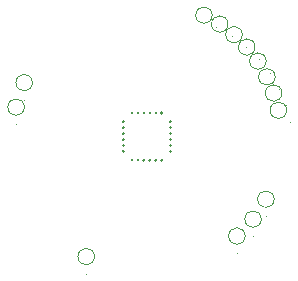
<source format=gbr>
G04 #@! TF.GenerationSoftware,KiCad,Pcbnew,5.0.2-bee76a0~70~ubuntu18.04.1*
G04 #@! TF.CreationDate,2019-07-03T17:26:22+02:00*
G04 #@! TF.ProjectId,lower_Sensor,6c6f7765-725f-4536-956e-736f722e6b69,rev?*
G04 #@! TF.SameCoordinates,Original*
G04 #@! TF.FileFunction,Legend,Bot*
G04 #@! TF.FilePolarity,Positive*
%FSLAX46Y46*%
G04 Gerber Fmt 4.6, Leading zero omitted, Abs format (unit mm)*
G04 Created by KiCad (PCBNEW 5.0.2-bee76a0~70~ubuntu18.04.1) date Mi 03 Jul 2019 17:26:22 CEST*
%MOMM*%
%LPD*%
G01*
G04 APERTURE LIST*
%ADD10C,0.050000*%
%ADD11C,0.120000*%
%ADD12C,0.100000*%
%ADD13C,0.150000*%
G04 APERTURE END LIST*
D10*
G04 #@! TO.C,REF\002A\002A*
X108850000Y-78000000D02*
G75*
G03X108850000Y-78000000I-100000J0D01*
G01*
X109350000Y-78000000D02*
G75*
G03X109350000Y-78000000I-100000J0D01*
G01*
X109850000Y-78000000D02*
G75*
G03X109850000Y-78000000I-100000J0D01*
G01*
X110350000Y-78000000D02*
G75*
G03X110350000Y-78000000I-100000J0D01*
G01*
X110850000Y-78000000D02*
G75*
G03X110850000Y-78000000I-100000J0D01*
G01*
X111350000Y-78000000D02*
G75*
G03X111350000Y-78000000I-100000J0D01*
G01*
X112100000Y-78750000D02*
G75*
G03X112100000Y-78750000I-100000J0D01*
G01*
X112100000Y-79250000D02*
G75*
G03X112100000Y-79250000I-100000J0D01*
G01*
X112100000Y-79750000D02*
G75*
G03X112100000Y-79750000I-100000J0D01*
G01*
X112100000Y-80250000D02*
G75*
G03X112100000Y-80250000I-100000J0D01*
G01*
X112100000Y-80750000D02*
G75*
G03X112100000Y-80750000I-100000J0D01*
G01*
X112100000Y-81250000D02*
G75*
G03X112100000Y-81250000I-100000J0D01*
G01*
X110850000Y-82000000D02*
G75*
G03X110850000Y-82000000I-100000J0D01*
G01*
X110350000Y-82000000D02*
G75*
G03X110350000Y-82000000I-100000J0D01*
G01*
X109850000Y-82000000D02*
G75*
G03X109850000Y-82000000I-100000J0D01*
G01*
X111350000Y-82000000D02*
G75*
G03X111350000Y-82000000I-100000J0D01*
G01*
X109350000Y-82000000D02*
G75*
G03X109350000Y-82000000I-100000J0D01*
G01*
X108850000Y-82000000D02*
G75*
G03X108850000Y-82000000I-100000J0D01*
G01*
X108100000Y-80250000D02*
G75*
G03X108100000Y-80250000I-100000J0D01*
G01*
X108100000Y-80750000D02*
G75*
G03X108100000Y-80750000I-100000J0D01*
G01*
X108100000Y-81250000D02*
G75*
G03X108100000Y-81250000I-100000J0D01*
G01*
X108100000Y-79750000D02*
G75*
G03X108100000Y-79750000I-100000J0D01*
G01*
X108100000Y-79250000D02*
G75*
G03X108100000Y-79250000I-100000J0D01*
G01*
X108100000Y-78750000D02*
G75*
G03X108100000Y-78750000I-100000J0D01*
G01*
D11*
G04 #@! TO.C,J14*
X100311180Y-75430380D02*
G75*
G03X100311180Y-75430380I-700000J0D01*
G01*
G04 #@! TO.C,J16*
X118327400Y-88419940D02*
G75*
G03X118327400Y-88419940I-700000J0D01*
G01*
G04 #@! TO.C,J15*
X105563900Y-90159840D02*
G75*
G03X105563900Y-90159840I-700000J0D01*
G01*
G04 #@! TO.C,J13*
X99627920Y-77505560D02*
G75*
G03X99627920Y-77505560I-700000J0D01*
G01*
G04 #@! TO.C,J2*
X121431280Y-76314300D02*
G75*
G03X121431280Y-76314300I-700000J0D01*
G01*
G04 #@! TO.C,J1*
X121835140Y-77769720D02*
G75*
G03X121835140Y-77769720I-700000J0D01*
G01*
G04 #@! TO.C,J10*
X115535940Y-69725540D02*
G75*
G03X115535940Y-69725540I-700000J0D01*
G01*
G04 #@! TO.C,J9*
X116871980Y-70479920D02*
G75*
G03X116871980Y-70479920I-700000J0D01*
G01*
G04 #@! TO.C,J8*
X120778500Y-85303360D02*
G75*
G03X120778500Y-85303360I-700000J0D01*
G01*
G04 #@! TO.C,J7*
X118078480Y-71368920D02*
G75*
G03X118078480Y-71368920I-700000J0D01*
G01*
G04 #@! TO.C,J5*
X119160520Y-72420480D02*
G75*
G03X119160520Y-72420480I-700000J0D01*
G01*
G04 #@! TO.C,J4*
X120100320Y-73606660D02*
G75*
G03X120100320Y-73606660I-700000J0D01*
G01*
G04 #@! TO.C,J3*
X120862320Y-74937620D02*
G75*
G03X120862320Y-74937620I-700000J0D01*
G01*
G04 #@! TO.C,J6*
X119688840Y-86984840D02*
G75*
G03X119688840Y-86984840I-700000J0D01*
G01*
G04 #@! TO.C,J14*
D12*
X99611180Y-76878380D02*
X99611180Y-76878380D01*
X99611180Y-76878380D01*
X99611180Y-76878380D01*
X99611180Y-76878380D01*
X99611180Y-76878380D01*
X99611180Y-76878380D02*
X99611180Y-76878380D01*
X99611180Y-76878380D02*
X99611180Y-76878380D01*
X99611180Y-76878380D01*
X99611180Y-76878380D01*
X99611180Y-76878380D01*
X99611180Y-76878380D02*
X99611180Y-76878380D01*
X99611180Y-76878380D02*
X99611180Y-76878380D01*
X99611180Y-76878380D01*
D13*
G04 #@! TO.C,J16*
D12*
X117627400Y-89867940D02*
X117627400Y-89867940D01*
X117627400Y-89867940D01*
X117627400Y-89867940D01*
X117627400Y-89867940D01*
X117627400Y-89867940D01*
X117627400Y-89867940D02*
X117627400Y-89867940D01*
X117627400Y-89867940D02*
X117627400Y-89867940D01*
X117627400Y-89867940D01*
X117627400Y-89867940D01*
X117627400Y-89867940D01*
X117627400Y-89867940D02*
X117627400Y-89867940D01*
X117627400Y-89867940D01*
X117627400Y-89867940D01*
X117627400Y-89867940D01*
X117627400Y-89867940D01*
X117627400Y-89867940D01*
X117627400Y-89867940D01*
X117627400Y-89867940D01*
X117627400Y-89867940D01*
X117627400Y-89867940D01*
X117627400Y-89867940D01*
X117627400Y-89867940D01*
X117627400Y-89867940D01*
X117627400Y-89867940D01*
X117627400Y-89867940D01*
X117627400Y-89867940D01*
X117627400Y-89867940D01*
X117627400Y-89867940D01*
X117627400Y-89867940D01*
X117627400Y-89867940D01*
X117627400Y-89867940D01*
D13*
G04 #@! TO.C,J15*
D12*
X104863900Y-91607840D02*
X104863900Y-91607840D01*
X104863900Y-91607840D01*
X104863900Y-91607840D01*
X104863900Y-91607840D01*
X104863900Y-91607840D01*
X104863900Y-91607840D02*
X104863900Y-91607840D01*
X104863900Y-91607840D02*
X104863900Y-91607840D01*
X104863900Y-91607840D01*
X104863900Y-91607840D01*
X104863900Y-91607840D01*
X104863900Y-91607840D02*
X104863900Y-91607840D01*
X104863900Y-91607840D01*
X104863900Y-91607840D01*
X104863900Y-91607840D01*
X104863900Y-91607840D01*
X104863900Y-91607840D01*
X104863900Y-91607840D01*
X104863900Y-91607840D01*
X104863900Y-91607840D01*
X104863900Y-91607840D01*
X104863900Y-91607840D01*
X104863900Y-91607840D01*
X104863900Y-91607840D01*
X104863900Y-91607840D01*
X104863900Y-91607840D01*
D13*
G04 #@! TO.C,J13*
D12*
X98927920Y-78953560D02*
X98927920Y-78953560D01*
X98927920Y-78953560D01*
X98927920Y-78953560D01*
X98927920Y-78953560D01*
X98927920Y-78953560D01*
X98927920Y-78953560D02*
X98927920Y-78953560D01*
X98927920Y-78953560D02*
X98927920Y-78953560D01*
X98927920Y-78953560D01*
X98927920Y-78953560D01*
X98927920Y-78953560D01*
X98927920Y-78953560D02*
X98927920Y-78953560D01*
X98927920Y-78953560D01*
X98927920Y-78953560D01*
X98927920Y-78953560D01*
X98927920Y-78953560D01*
X98927920Y-78953560D01*
X98927920Y-78953560D01*
X98927920Y-78953560D01*
X98927920Y-78953560D01*
X98927920Y-78953560D01*
X98927920Y-78953560D01*
X98927920Y-78953560D01*
X98927920Y-78953560D01*
D13*
G04 #@! TO.C,J2*
D12*
X121755171Y-77338191D02*
X121755171Y-77338191D01*
X121755171Y-77338191D01*
X121755171Y-77338191D01*
X121755171Y-77338191D01*
X121755171Y-77338191D01*
X121755171Y-77338191D02*
X121755171Y-77338191D01*
X121755171Y-77338191D01*
X121755171Y-77338191D01*
X121755171Y-77338191D01*
X121755171Y-77338191D01*
X121755171Y-77338191D01*
X121755171Y-77338191D01*
X121755171Y-77338191D01*
X121755171Y-77338191D01*
X121755171Y-77338191D01*
D13*
G04 #@! TO.C,J1*
D12*
X122159031Y-78793611D02*
X122159031Y-78793611D01*
X122159031Y-78793611D01*
X122159031Y-78793611D01*
X122159031Y-78793611D01*
X122159031Y-78793611D01*
X122159031Y-78793611D02*
X122159031Y-78793611D01*
X122159031Y-78793611D02*
X122159031Y-78793611D01*
X122159031Y-78793611D01*
X122159031Y-78793611D01*
X122159031Y-78793611D01*
D13*
G04 #@! TO.C,J10*
D12*
X115859831Y-70749431D02*
X115859831Y-70749431D01*
X115859831Y-70749431D01*
X115859831Y-70749431D01*
X115859831Y-70749431D01*
X115859831Y-70749431D01*
X115859831Y-70749431D02*
X115859831Y-70749431D01*
X115859831Y-70749431D02*
X115859831Y-70749431D01*
X115859831Y-70749431D01*
X115859831Y-70749431D01*
X115859831Y-70749431D01*
X115859831Y-70749431D02*
X115859831Y-70749431D01*
X115859831Y-70749431D01*
X115859831Y-70749431D01*
X115859831Y-70749431D01*
X115859831Y-70749431D01*
X115859831Y-70749431D01*
X115859831Y-70749431D01*
X115859831Y-70749431D01*
X115859831Y-70749431D01*
X115859831Y-70749431D01*
X115859831Y-70749431D01*
X115859831Y-70749431D01*
X115859831Y-70749431D01*
X115859831Y-70749431D01*
X115859831Y-70749431D01*
X115859831Y-70749431D01*
X115859831Y-70749431D01*
X115859831Y-70749431D01*
X115859831Y-70749431D01*
X115859831Y-70749431D01*
D13*
G04 #@! TO.C,J9*
D12*
X117195871Y-71503811D02*
X117195871Y-71503811D01*
X117195871Y-71503811D01*
X117195871Y-71503811D01*
X117195871Y-71503811D01*
X117195871Y-71503811D01*
X117195871Y-71503811D02*
X117195871Y-71503811D01*
X117195871Y-71503811D01*
X117195871Y-71503811D01*
X117195871Y-71503811D01*
X117195871Y-71503811D01*
X117195871Y-71503811D01*
X117195871Y-71503811D01*
X117195871Y-71503811D01*
X117195871Y-71503811D01*
X117195871Y-71503811D01*
X117195871Y-71503811D01*
X117195871Y-71503811D01*
X117195871Y-71503811D01*
X117195871Y-71503811D01*
X117195871Y-71503811D01*
X117195871Y-71503811D01*
X117195871Y-71503811D01*
X117195871Y-71503811D01*
X117195871Y-71503811D01*
X117195871Y-71503811D01*
X117195871Y-71503811D01*
D13*
G04 #@! TO.C,J8*
D12*
X120078500Y-86751360D02*
X120078500Y-86751360D01*
X120078500Y-86751360D01*
X120078500Y-86751360D01*
X120078500Y-86751360D01*
X120078500Y-86751360D01*
X120078500Y-86751360D02*
X120078500Y-86751360D01*
X120078500Y-86751360D01*
X120078500Y-86751360D01*
X120078500Y-86751360D01*
X120078500Y-86751360D01*
X120078500Y-86751360D01*
X120078500Y-86751360D01*
X120078500Y-86751360D01*
X120078500Y-86751360D01*
X120078500Y-86751360D01*
X120078500Y-86751360D01*
X120078500Y-86751360D01*
X120078500Y-86751360D01*
X120078500Y-86751360D01*
X120078500Y-86751360D01*
X120078500Y-86751360D01*
X120078500Y-86751360D01*
X120078500Y-86751360D01*
X120078500Y-86751360D01*
X120078500Y-86751360D01*
X120078500Y-86751360D01*
X120078500Y-86751360D01*
X120078500Y-86751360D01*
X120078500Y-86751360D01*
X120078500Y-86751360D01*
X120078500Y-86751360D01*
X120078500Y-86751360D01*
X120078500Y-86751360D01*
X120078500Y-86751360D01*
X120078500Y-86751360D01*
X120078500Y-86751360D01*
D13*
G04 #@! TO.C,J7*
D12*
X118402371Y-72392811D02*
X118402371Y-72392811D01*
X118402371Y-72392811D01*
X118402371Y-72392811D01*
X118402371Y-72392811D01*
X118402371Y-72392811D01*
X118402371Y-72392811D02*
X118402371Y-72392811D01*
X118402371Y-72392811D01*
D13*
G04 #@! TO.C,J5*
D12*
X119484411Y-73444371D02*
X119484411Y-73444371D01*
X119484411Y-73444371D01*
X119484411Y-73444371D01*
X119484411Y-73444371D01*
X119484411Y-73444371D01*
X119484411Y-73444371D02*
X119484411Y-73444371D01*
X119484411Y-73444371D01*
X119484411Y-73444371D01*
X119484411Y-73444371D01*
X119484411Y-73444371D01*
X119484411Y-73444371D01*
X119484411Y-73444371D01*
X119484411Y-73444371D01*
X119484411Y-73444371D01*
X119484411Y-73444371D01*
X119484411Y-73444371D01*
X119484411Y-73444371D01*
X119484411Y-73444371D01*
X119484411Y-73444371D01*
X119484411Y-73444371D01*
D13*
G04 #@! TO.C,J4*
D12*
X120424211Y-74630551D02*
X120424211Y-74630551D01*
X120424211Y-74630551D01*
X120424211Y-74630551D01*
X120424211Y-74630551D01*
X120424211Y-74630551D01*
X120424211Y-74630551D02*
X120424211Y-74630551D01*
X120424211Y-74630551D02*
X120424211Y-74630551D01*
X120424211Y-74630551D01*
D13*
G04 #@! TO.C,J3*
D12*
X121186211Y-75961511D02*
X121186211Y-75961511D01*
X121186211Y-75961511D01*
X121186211Y-75961511D01*
X121186211Y-75961511D01*
X121186211Y-75961511D01*
X121186211Y-75961511D02*
X121186211Y-75961511D01*
X121186211Y-75961511D01*
X121186211Y-75961511D01*
X121186211Y-75961511D01*
X121186211Y-75961511D01*
X121186211Y-75961511D01*
X121186211Y-75961511D01*
X121186211Y-75961511D01*
X121186211Y-75961511D01*
X121186211Y-75961511D01*
X121186211Y-75961511D01*
X121186211Y-75961511D01*
X121186211Y-75961511D01*
D13*
G04 #@! TO.C,J6*
D12*
X118988840Y-88432840D02*
X118988840Y-88432840D01*
X118988840Y-88432840D01*
X118988840Y-88432840D01*
X118988840Y-88432840D01*
X118988840Y-88432840D01*
X118988840Y-88432840D02*
X118988840Y-88432840D01*
X118988840Y-88432840D01*
X118988840Y-88432840D01*
X118988840Y-88432840D01*
X118988840Y-88432840D01*
X118988840Y-88432840D01*
X118988840Y-88432840D01*
X118988840Y-88432840D01*
X118988840Y-88432840D01*
X118988840Y-88432840D01*
X118988840Y-88432840D01*
X118988840Y-88432840D01*
X118988840Y-88432840D01*
X118988840Y-88432840D01*
X118988840Y-88432840D01*
X118988840Y-88432840D01*
X118988840Y-88432840D01*
X118988840Y-88432840D01*
X118988840Y-88432840D01*
X118988840Y-88432840D01*
X118988840Y-88432840D01*
D13*
G04 #@! TD*
M02*

</source>
